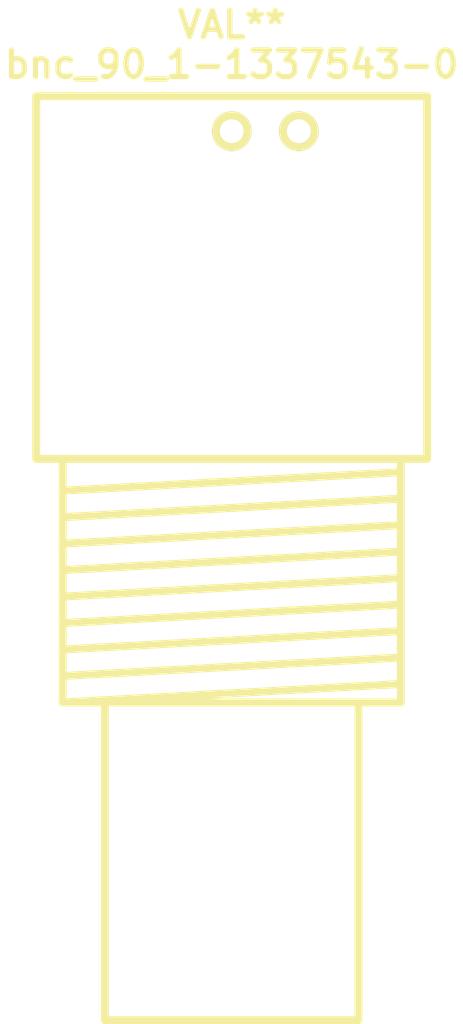
<source format=kicad_pcb>
(kicad_pcb (version 4) (host pcbnew 4.0.1-stable)

  (general
    (links 0)
    (no_connects 0)
    (area 0 0 0 0)
    (thickness 1.6)
    (drawings 0)
    (tracks 0)
    (zones 0)
    (modules 1)
    (nets 1)
  )

  (page A4)
  (layers
    (0 F.Cu signal)
    (31 B.Cu signal)
    (32 B.Adhes user)
    (33 F.Adhes user)
    (34 B.Paste user)
    (35 F.Paste user)
    (36 B.SilkS user)
    (37 F.SilkS user)
    (38 B.Mask user)
    (39 F.Mask user)
    (40 Dwgs.User user)
    (41 Cmts.User user)
    (42 Eco1.User user)
    (43 Eco2.User user)
    (44 Edge.Cuts user)
    (45 Margin user)
    (46 B.CrtYd user)
    (47 F.CrtYd user)
    (48 B.Fab user)
    (49 F.Fab user)
  )

  (setup
    (last_trace_width 0.25)
    (trace_clearance 0.2)
    (zone_clearance 0.508)
    (zone_45_only no)
    (trace_min 0.2)
    (segment_width 0.2)
    (edge_width 0.15)
    (via_size 0.6)
    (via_drill 0.4)
    (via_min_size 0.4)
    (via_min_drill 0.3)
    (uvia_size 0.3)
    (uvia_drill 0.1)
    (uvias_allowed no)
    (uvia_min_size 0.2)
    (uvia_min_drill 0.1)
    (pcb_text_width 0.3)
    (pcb_text_size 1.5 1.5)
    (mod_edge_width 0.15)
    (mod_text_size 1 1)
    (mod_text_width 0.15)
    (pad_size 1.524 1.524)
    (pad_drill 0.762)
    (pad_to_mask_clearance 0.2)
    (aux_axis_origin 0 0)
    (visible_elements FFFFFF7F)
    (pcbplotparams
      (layerselection 0x00030_80000001)
      (usegerberextensions false)
      (excludeedgelayer true)
      (linewidth 0.150000)
      (plotframeref false)
      (viasonmask false)
      (mode 1)
      (useauxorigin false)
      (hpglpennumber 1)
      (hpglpenspeed 20)
      (hpglpendiameter 15)
      (hpglpenoverlay 2)
      (psnegative false)
      (psa4output false)
      (plotreference true)
      (plotvalue true)
      (plotinvisibletext false)
      (padsonsilk false)
      (subtractmaskfromsilk false)
      (outputformat 1)
      (mirror false)
      (drillshape 1)
      (scaleselection 1)
      (outputdirectory ""))
  )

  (net 0 "")

  (net_class Default "This is the default net class."
    (clearance 0.2)
    (trace_width 0.25)
    (via_dia 0.6)
    (via_drill 0.4)
    (uvia_dia 0.3)
    (uvia_drill 0.1)
  )

  (module bnc_90_1-1337543-0 (layer F.Cu) (tedit 0) (tstamp 572ECD80)
    (at 0 0)
    (descr "BNC connector, Tyco 1-1337543-0")
    (fp_text reference bnc_90_1-1337543-0 (at 0 -14.9) (layer F.SilkS)
      (effects (font (size 1 1) (thickness 0.2)))
    )
    (fp_text value VAL** (at 0 -16.4) (layer F.SilkS)
      (effects (font (size 1 1) (thickness 0.2)))
    )
    (fp_line (start -6.4 1.2) (end 6.4 0.5) (layer F.SilkS) (width 0.3))
    (fp_line (start -6.4 5.2) (end 6.4 4.5) (layer F.SilkS) (width 0.3))
    (fp_line (start -6.4 4.2) (end 6.4 3.5) (layer F.SilkS) (width 0.3))
    (fp_line (start -6.4 2.2) (end 6.4 1.5) (layer F.SilkS) (width 0.3))
    (fp_line (start -6.4 3.2) (end 6.4 2.5) (layer F.SilkS) (width 0.3))
    (fp_line (start -6.4 7.2) (end 6.4 6.5) (layer F.SilkS) (width 0.3))
    (fp_line (start -6.4 6.2) (end 6.4 5.5) (layer F.SilkS) (width 0.3))
    (fp_line (start -6.4 8.2) (end 6.4 7.5) (layer F.SilkS) (width 0.3))
    (fp_line (start -6.4 9.2) (end 6.4 8.5) (layer F.SilkS) (width 0.3))
    (fp_line (start 6.4 9.2) (end 6.4 0) (layer F.SilkS) (width 0.3))
    (fp_line (start -6.4 9.2) (end -6.4 0) (layer F.SilkS) (width 0.3))
    (fp_line (start 4.8 21.2) (end 4.8 9.2) (layer F.SilkS) (width 0.3))
    (fp_line (start -4.8 21.2) (end -4.8 9.2) (layer F.SilkS) (width 0.3))
    (fp_line (start -4.8 21.2) (end 4.8 21.2) (layer F.SilkS) (width 0.3))
    (fp_line (start -6.4 9.2) (end 6.4 9.2) (layer F.SilkS) (width 0.3))
    (fp_line (start 7.4 0) (end 7.4 -13.7) (layer F.SilkS) (width 0.3))
    (fp_line (start -7.4 -13.7) (end -7.4 0) (layer F.SilkS) (width 0.3))
    (fp_line (start -7.4 -13.7) (end 7.4 -13.7) (layer F.SilkS) (width 0.3))
    (fp_line (start -7.4 0) (end 7.4 0) (layer F.SilkS) (width 0.3))
    (pad 1 thru_hole circle (at 0 -12.38) (size 1.5 1.5) (drill 0.9) (layers *.Cu *.Mask F.SilkS))
    (pad 2 thru_hole circle (at 2.54 -12.38) (size 1.5 1.5) (drill 0.9) (layers *.Cu *.Mask F.SilkS))
    (pad "" np_thru_hole circle (at 5.08 -7.3) (size 2.1 2.1) (drill 2.1) (layers *.Cu *.Mask F.SilkS))
    (pad "" np_thru_hole circle (at -5.08 -7.3) (size 2.1 2.1) (drill 2.1) (layers *.Cu *.Mask F.SilkS))
    (model walter/conn_rf/bnc_90_1-1337543-0.wrl
      (at (xyz 0 0 0))
      (scale (xyz 1 1 1))
      (rotate (xyz 0 0 0))
    )
  )

)

</source>
